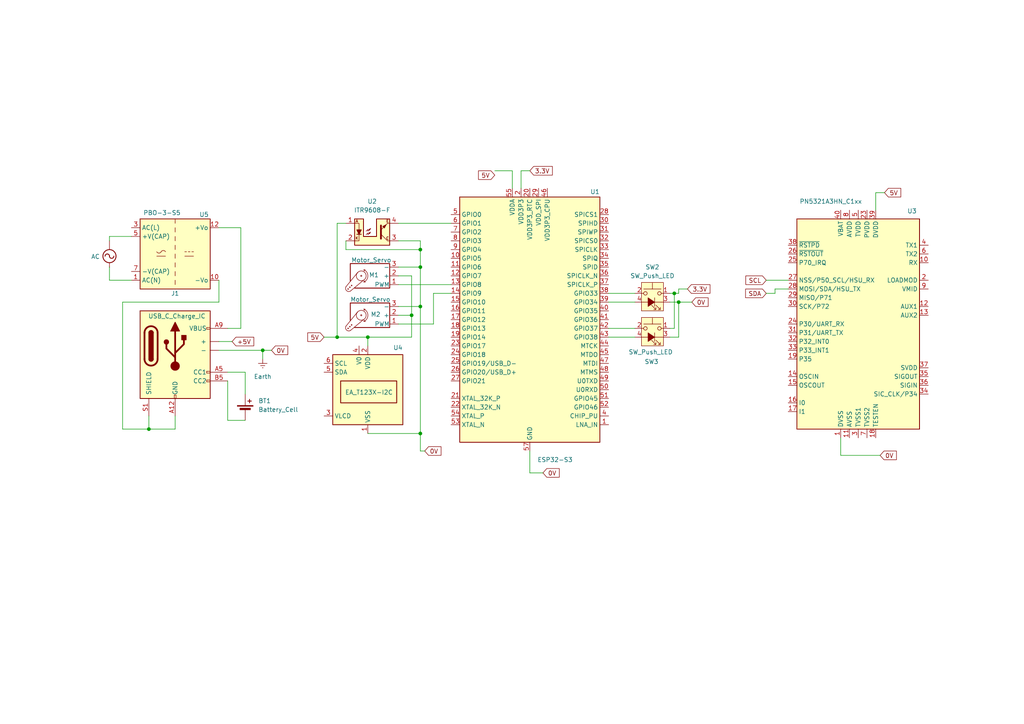
<source format=kicad_sch>
(kicad_sch (version 20231120) (generator "eeschema") (generator_version "8.0")
  (paper "A4")
  (lib_symbols
    (symbol "Connector:USB_C_Receptacle_PowerOnly_6P" (pin_names (offset 1.016))
      (property "Reference" "J1" (at 0 17.78 0))
      (property "Value" "USB_C_Receptacle_PowerOnly_6P" (at 0 15.24 0))
      (symbol "USB_C_Receptacle_PowerOnly_6P_0_0"
        (rectangle (start -0.254 -12.7) (end 0.254 -11.684))
        (rectangle (start 10.16 -7.366) (end 9.144 -7.874))
        (rectangle (start 10.16 -4.826) (end 9.144 -5.334))
        (rectangle (start 10.16 7.874) (end 9.144 7.366))
      )
      (symbol "USB_C_Receptacle_PowerOnly_6P_0_1"
        (rectangle (start -10.16 12.7) (end 10.16 -12.7) (stroke (width 0.254)) (fill (type background)))
        (arc (start -8.89 -1.27) (mid -6.985 -3.1667) (end -5.08 -1.27) (stroke (width 0.508)))
        (arc (start -7.62 -1.27) (mid -6.985 -1.9023) (end -6.35 -1.27) (stroke (width 0.254)))
        (arc (start -7.62 -1.27) (mid -6.985 -1.9023) (end -6.35 -1.27) (stroke (width 0.254)) (fill (type outline)))
        (rectangle (start -7.62 -1.27) (end -6.35 6.35) (stroke (width 0.254)) (fill (type outline)))
        (arc (start -6.35 6.35) (mid -6.985 6.9823) (end -7.62 6.35) (stroke (width 0.254)))
        (arc (start -6.35 6.35) (mid -6.985 6.9823) (end -7.62 6.35) (stroke (width 0.254)) (fill (type outline)))
        (arc (start -5.08 6.35) (mid -6.985 8.2467) (end -8.89 6.35) (stroke (width 0.508)))
        (circle (center -2.54 3.683) (radius 0.635) (stroke (width 0.254)) (fill (type outline)))
        (circle (center 0 -3.302) (radius 1.27) (fill (type outline)))
        (polyline (pts (xy -8.89 -1.27) (xy -8.89 6.35)) (stroke (width 0.508)))
        (polyline (pts (xy -5.08 6.35) (xy -5.08 -1.27)) (stroke (width 0.508)))
        (polyline (pts (xy 0 -3.302) (xy 0 6.858)) (stroke (width 0.508)))
        (polyline (pts (xy 0 -0.762) (xy -2.54 1.778) (xy -2.54 3.048)) (stroke (width 0.508)))
        (polyline (pts (xy 0 0.508) (xy 2.54 3.048) (xy 2.54 4.318)) (stroke (width 0.508)))
        (polyline (pts (xy -1.27 6.858) (xy 0 9.398) (xy 1.27 6.858) (xy -1.27 6.858)) (stroke (width 0.254)) (fill (type outline)))
        (rectangle (start 1.905 4.318) (end 3.175 5.588) (stroke (width 0.254)) (fill (type outline)))
      )
      (symbol "USB_C_Receptacle_PowerOnly_6P_1_1"
        (pin power_out line (at 12.7 3.81 180) (length 2.54) (name "+") (number ""))
        (pin power_out line (at 12.7 1.27 180) (length 2.54) (name "-") (number ""))
        (pin passive line (at 0 -17.78 90) (length 5.08) (name "GND") (number "A12"))
        (pin bidirectional line (at 15.24 -5.08 180) (length 5.08) (name "CC1") (number "A5"))
        (pin passive line (at 15.24 7.62 180) (length 5.08) (name "VBUS") (number "A9"))
        (pin passive line (at 0 -17.78 90) (length 5.08) hide (name "GND") (number "B12"))
        (pin bidirectional line (at 15.24 -7.62 180) (length 5.08) (name "CC2") (number "B5"))
        (pin passive line (at 15.24 7.62 180) (length 5.08) hide (name "VBUS") (number "B9"))
        (pin passive line (at -7.62 -17.78 90) (length 5.08) (name "SHIELD") (number "S1"))
      )
    )
    (symbol "Converter_ACDC:PBO-3-S5"
      (property "Reference" "U" (at 0 13.97 0))
      (property "Value" "PBO-3-S5" (at 0 11.43 0))
      (symbol "PBO-3-S5_1_1"
        (rectangle (start -10.16 10.16) (end 10.16 -10.16) (stroke (width 0.254)) (fill (type background)))
        (arc (start -5.334 0.635) (mid -4.699 0.2495) (end -4.064 0.635))
        (arc (start -2.794 0.635) (mid -3.429 1.0072) (end -4.064 0.635))
        (polyline (pts (xy -5.334 -0.635) (xy -2.794 -0.635)))
        (polyline (pts (xy 0 -7.62) (xy 0 -8.89)))
        (polyline (pts (xy 0 -5.08) (xy 0 -6.35)))
        (polyline (pts (xy 0 -2.54) (xy 0 -3.81)))
        (polyline (pts (xy 0 0) (xy 0 -1.27)))
        (polyline (pts (xy 0 2.54) (xy 0 1.27)))
        (polyline (pts (xy 0 5.08) (xy 0 3.81)))
        (polyline (pts (xy 0 7.62) (xy 0 6.35)))
        (polyline (pts (xy 0 10.16) (xy 0 8.89)))
        (polyline (pts (xy 2.794 -0.635) (xy 5.334 -0.635)))
        (polyline (pts (xy 2.794 0.635) (xy 3.302 0.635)))
        (polyline (pts (xy 3.81 0.635) (xy 4.318 0.635)))
        (polyline (pts (xy 4.826 0.635) (xy 5.334 0.635)))
        (pin power_in line (at -12.7 -7.62 0) (length 2.54) (name "AC(N)") (number "1"))
        (pin power_out line (at 12.7 -7.62 180) (length 2.54) (name "-Vo") (number "10"))
        (pin power_out line (at 12.7 7.62 180) (length 2.54) (name "+Vo") (number "12"))
        (pin power_in line (at -12.7 7.62 0) (length 2.54) (name "AC(L)") (number "3"))
        (pin passive line (at -12.7 5.08 0) (length 2.54) (name "+V(CAP)") (number "5"))
        (pin passive line (at -12.7 -5.08 0) (length 2.54) (name "-V(CAP)") (number "7"))
      )
    )
    (symbol "Device:Battery_Cell" (pin_numbers hide) (pin_names (offset 0) hide)
      (property "Reference" "BT" (at 2.54 2.54 0))
      (property "Value" "Battery_Cell" (at 2.54 0 0))
      (symbol "Battery_Cell_0_1"
        (rectangle (start -2.286 1.778) (end 2.286 1.524) (fill (type outline)))
        (rectangle (start -1.524 1.016) (end 1.524 0.508) (fill (type outline)))
        (polyline (pts (xy 0 0.762) (xy 0 0)))
        (polyline (pts (xy 0 1.778) (xy 0 2.54)))
        (polyline (pts (xy 0.762 3.048) (xy 1.778 3.048)) (stroke (width 0.254)))
        (polyline (pts (xy 1.27 3.556) (xy 1.27 2.54)) (stroke (width 0.254)))
      )
      (symbol "Battery_Cell_1_1"
        (pin passive line (at 0 5.08 270) (length 2.54) (name "+") (number "1"))
        (pin passive line (at 0 -2.54 90) (length 2.54) (name "-") (number "2"))
      )
    )
    (symbol "Display_Character:EA_T123X-I2C"
      (property "Reference" "U4" (at 11.43 1.2701 0))
      (property "Value" "EA_T123X-I2C" (at 11.43 -1.2699 0))
      (symbol "EA_T123X-I2C_0_0"
        (rectangle (start -7.874 2.54) (end 8.382 -3.81) (stroke (width 0.254)))
      )
      (symbol "EA_T123X-I2C_0_1"
        (rectangle (start -10.16 10.16) (end 10.16 -10.16) (stroke (width 0.254)) (fill (type background)))
      )
      (symbol "EA_T123X-I2C_1_1"
        (pin power_in line (at 0 -12.7 90) (length 2.54) (name "VSS") (number "1"))
        (pin power_in line (at 0 12.7 270) (length 2.54) (name "VDD") (number "2"))
        (pin input line (at -12.7 -7.62 0) (length 2.54) (name "VLCD") (number "3"))
        (pin power_in line (at -2.54 12.7 270) (length 2.54) (name "V0") (number "4"))
        (pin bidirectional line (at -12.7 5.08 0) (length 2.54) (name "SDA") (number "5"))
        (pin input line (at -12.7 7.62 0) (length 2.54) (name "SCL") (number "6"))
      )
    )
    (symbol "MCU_Espressif:ESP32-S3"
      (property "Reference" "U" (at 10.16 -38.1 0))
      (property "Value" "ESP32-S3" (at 13.97 -40.64 0))
      (symbol "ESP32-S3_0_1"
        (rectangle (start -20.32 35.56) (end 20.32 -35.56) (stroke (width 0.254)) (fill (type background)))
      )
      (symbol "ESP32-S3_1_0"
        (pin bidirectional line (at 22.86 12.7 180) (length 2.54) (name "SPICLK_N") (number "36"))
        (pin bidirectional line (at 22.86 -10.16 180) (length 2.54) (name "MTDO") (number "45"))
        (pin bidirectional line (at 22.86 -22.86 180) (length 2.54) (name "GPIO45") (number "51"))
        (pin passive line (at -5.08 38.1 270) (length 2.54) hide (name "VDDA") (number "56"))
      )
      (symbol "ESP32-S3_1_1"
        (pin bidirectional line (at 22.86 -30.48 180) (length 2.54) (name "LNA_IN") (number "1"))
        (pin bidirectional line (at -22.86 17.78 0) (length 2.54) (name "GPIO5") (number "10"))
        (pin bidirectional line (at -22.86 15.24 0) (length 2.54) (name "GPIO6") (number "11"))
        (pin bidirectional line (at -22.86 12.7 0) (length 2.54) (name "GPIO7") (number "12"))
        (pin bidirectional line (at -22.86 10.16 0) (length 2.54) (name "GPIO8") (number "13"))
        (pin bidirectional line (at -22.86 7.62 0) (length 2.54) (name "GPIO9") (number "14"))
        (pin bidirectional line (at -22.86 5.08 0) (length 2.54) (name "GPIO10") (number "15"))
        (pin bidirectional line (at -22.86 2.54 0) (length 2.54) (name "GPIO11") (number "16"))
        (pin bidirectional line (at -22.86 0 0) (length 2.54) (name "GPIO12") (number "17"))
        (pin bidirectional line (at -22.86 -2.54 0) (length 2.54) (name "GPIO13") (number "18"))
        (pin bidirectional line (at -22.86 -5.08 0) (length 2.54) (name "GPIO14") (number "19"))
        (pin power_in line (at -2.54 38.1 270) (length 2.54) (name "VDD3P3") (number "2"))
        (pin power_in line (at 0 38.1 270) (length 2.54) (name "VDD3P3_RTC") (number "20"))
        (pin passive line (at -22.86 -22.86 0) (length 2.54) (name "XTAL_32K_P") (number "21"))
        (pin passive line (at -22.86 -25.4 0) (length 2.54) (name "XTAL_32K_N") (number "22"))
        (pin bidirectional line (at -22.86 -7.62 0) (length 2.54) (name "GPIO17") (number "23"))
        (pin bidirectional line (at -22.86 -10.16 0) (length 2.54) (name "GPIO18") (number "24"))
        (pin bidirectional line (at -22.86 -12.7 0) (length 2.54) (name "GPIO19/USB_D-") (number "25"))
        (pin bidirectional line (at -22.86 -15.24 0) (length 2.54) (name "GPIO20/USB_D+") (number "26"))
        (pin bidirectional line (at -22.86 -17.78 0) (length 2.54) (name "GPIO21") (number "27"))
        (pin bidirectional line (at 22.86 30.48 180) (length 2.54) (name "SPICS1") (number "28"))
        (pin power_in line (at 2.54 38.1 270) (length 2.54) (name "VDD_SPI") (number "29"))
        (pin passive line (at -2.54 38.1 270) (length 2.54) hide (name "VDD3P3") (number "3"))
        (pin bidirectional line (at 22.86 27.94 180) (length 2.54) (name "SPIHD") (number "30"))
        (pin bidirectional line (at 22.86 25.4 180) (length 2.54) (name "SPIWP") (number "31"))
        (pin bidirectional line (at 22.86 22.86 180) (length 2.54) (name "SPICS0") (number "32"))
        (pin bidirectional line (at 22.86 20.32 180) (length 2.54) (name "SPICLK") (number "33"))
        (pin bidirectional line (at 22.86 17.78 180) (length 2.54) (name "SPIQ") (number "34"))
        (pin bidirectional line (at 22.86 15.24 180) (length 2.54) (name "SPID") (number "35"))
        (pin bidirectional line (at 22.86 10.16 180) (length 2.54) (name "SPICLK_P") (number "37"))
        (pin bidirectional line (at 22.86 7.62 180) (length 2.54) (name "GPIO33") (number "38"))
        (pin bidirectional line (at 22.86 5.08 180) (length 2.54) (name "GPIO34") (number "39"))
        (pin input line (at 22.86 -27.94 180) (length 2.54) (name "CHIP_PU") (number "4"))
        (pin bidirectional line (at 22.86 2.54 180) (length 2.54) (name "GPIO35") (number "40"))
        (pin bidirectional line (at 22.86 0 180) (length 2.54) (name "GPIO36") (number "41"))
        (pin bidirectional line (at 22.86 -2.54 180) (length 2.54) (name "GPIO37") (number "42"))
        (pin bidirectional line (at 22.86 -5.08 180) (length 2.54) (name "GPIO38") (number "43"))
        (pin bidirectional line (at 22.86 -7.62 180) (length 2.54) (name "MTCK") (number "44"))
        (pin power_in line (at 5.08 38.1 270) (length 2.54) (name "VDD3P3_CPU") (number "46"))
        (pin bidirectional line (at 22.86 -12.7 180) (length 2.54) (name "MTDI") (number "47"))
        (pin bidirectional line (at 22.86 -15.24 180) (length 2.54) (name "MTMS") (number "48"))
        (pin bidirectional line (at 22.86 -17.78 180) (length 2.54) (name "U0TXD") (number "49"))
        (pin bidirectional line (at -22.86 30.48 0) (length 2.54) (name "GPIO0") (number "5"))
        (pin bidirectional line (at 22.86 -20.32 180) (length 2.54) (name "U0RXD") (number "50"))
        (pin bidirectional line (at 22.86 -25.4 180) (length 2.54) (name "GPIO46") (number "52"))
        (pin output line (at -22.86 -30.48 0) (length 2.54) (name "XTAL_N") (number "53"))
        (pin input line (at -22.86 -27.94 0) (length 2.54) (name "XTAL_P") (number "54"))
        (pin power_in line (at -5.08 38.1 270) (length 2.54) (name "VDDA") (number "55"))
        (pin power_in line (at 0 -38.1 90) (length 2.54) (name "GND") (number "57"))
        (pin bidirectional line (at -22.86 27.94 0) (length 2.54) (name "GPIO1") (number "6"))
        (pin bidirectional line (at -22.86 25.4 0) (length 2.54) (name "GPIO2") (number "7"))
        (pin bidirectional line (at -22.86 22.86 0) (length 2.54) (name "GPIO3") (number "8"))
        (pin bidirectional line (at -22.86 20.32 0) (length 2.54) (name "GPIO4") (number "9"))
      )
    )
    (symbol "Motor:Motor_Servo" (pin_names (offset 0.0254))
      (property "Reference" "M" (at -5.08 4.445 0))
      (property "Value" "Motor_Servo" (at -5.08 -4.064 0))
      (symbol "Motor_Servo_0_1"
        (polyline (pts (xy 2.413 -1.778) (xy 2.032 -1.778)))
        (polyline (pts (xy 2.413 -1.778) (xy 2.286 -1.397)))
        (polyline (pts (xy 2.413 1.778) (xy 1.905 1.778)))
        (polyline (pts (xy 2.413 1.778) (xy 2.286 1.397)))
        (polyline (pts (xy 6.35 4.445) (xy 2.54 1.27)))
        (polyline (pts (xy 7.62 3.175) (xy 4.191 -1.016)))
        (polyline (pts (xy 5.08 3.556) (xy -5.08 3.556) (xy -5.08 -3.556) (xy 6.35 -3.556) (xy 6.35 1.524)) (stroke (width 0.254)))
        (arc (start 2.413 1.778) (mid 1.2406 0) (end 2.413 -1.778))
        (circle (center 3.175 0) (radius 0.1778))
        (circle (center 3.175 0) (radius 1.4224))
        (circle (center 5.969 2.794) (radius 0.127))
        (circle (center 6.477 3.302) (radius 0.127))
        (circle (center 6.985 3.81) (radius 0.127))
        (arc (start 7.62 3.175) (mid 7.4485 4.2735) (end 6.35 4.445))
      )
      (symbol "Motor_Servo_1_1"
        (pin passive line (at -7.62 2.54 0) (length 2.54) (name "PWM") (number "1"))
        (pin passive line (at -7.62 0 0) (length 2.54) (name "+") (number "2"))
        (pin passive line (at -7.62 -2.54 0) (length 2.54) (name "-") (number "3"))
      )
    )
    (symbol "RF_NFC:PN5321A3HN_C1xx"
      (property "Reference" "U" (at -15.24 31.75 0))
      (property "Value" "PN5321A3HN_C1xx" (at 15.24 31.75 0))
      (symbol "PN5321A3HN_C1xx_0_1"
        (rectangle (start -17.78 30.48) (end 17.78 -30.48) (stroke (width 0.254)) (fill (type background)))
      )
      (symbol "PN5321A3HN_C1xx_1_1"
        (pin power_in line (at -5.08 -33.02 90) (length 2.54) (name "DVSS") (number "1"))
        (pin input line (at 20.32 17.78 180) (length 2.54) (name "RX") (number "10"))
        (pin power_in line (at -2.54 -33.02 90) (length 2.54) (name "AVSS") (number "11"))
        (pin output line (at 20.32 5.08 180) (length 2.54) (name "AUX1") (number "12"))
        (pin output line (at 20.32 2.54 180) (length 2.54) (name "AUX2") (number "13"))
        (pin input line (at -20.32 -15.24 0) (length 2.54) (name "OSCIN") (number "14"))
        (pin output line (at -20.32 -17.78 0) (length 2.54) (name "OSCOUT") (number "15"))
        (pin passive line (at -20.32 -22.86 0) (length 2.54) (name "I0") (number "16"))
        (pin passive line (at -20.32 -25.4 0) (length 2.54) (name "I1") (number "17"))
        (pin passive line (at 5.08 -33.02 90) (length 2.54) (name "TESTEN") (number "18"))
        (pin bidirectional line (at -20.32 -10.16 0) (length 2.54) (name "P35") (number "19"))
        (pin output line (at 20.32 12.7 180) (length 2.54) (name "LOADMOD") (number "2"))
        (pin no_connect line (at 17.78 -2.54 180) (length 2.54) hide (name "N.C.") (number "20"))
        (pin no_connect line (at 17.78 -5.08 180) (length 2.54) hide (name "N.C.") (number "21"))
        (pin no_connect line (at 17.78 -7.62 180) (length 2.54) hide (name "N.C.") (number "22"))
        (pin power_in line (at 2.54 33.02 270) (length 2.54) (name "PVDD") (number "23"))
        (pin bidirectional line (at -20.32 0 0) (length 2.54) (name "P30/UART_RX") (number "24"))
        (pin bidirectional line (at -20.32 17.78 0) (length 2.54) (name "P70_IRQ") (number "25"))
        (pin output line (at -20.32 20.32 0) (length 2.54) (name "~{RSTOUT}") (number "26"))
        (pin bidirectional line (at -20.32 12.7 0) (length 2.54) (name "NSS/P50_SCL/HSU_RX") (number "27"))
        (pin bidirectional line (at -20.32 10.16 0) (length 2.54) (name "MOSI/SDA/HSU_TX") (number "28"))
        (pin bidirectional line (at -20.32 7.62 0) (length 2.54) (name "MISO/P71") (number "29"))
        (pin power_in line (at 0 -33.02 90) (length 2.54) (name "TVSS1") (number "3"))
        (pin bidirectional line (at -20.32 5.08 0) (length 2.54) (name "SCK/P72") (number "30"))
        (pin bidirectional line (at -20.32 -2.54 0) (length 2.54) (name "P31/UART_TX") (number "31"))
        (pin bidirectional line (at -20.32 -5.08 0) (length 2.54) (name "P32_INT0") (number "32"))
        (pin bidirectional line (at -20.32 -7.62 0) (length 2.54) (name "P33_INT1") (number "33"))
        (pin bidirectional line (at 20.32 -20.32 180) (length 2.54) (name "SIC_CLK/P34") (number "34"))
        (pin output line (at 20.32 -15.24 180) (length 2.54) (name "SIGOUT") (number "35"))
        (pin input line (at 20.32 -17.78 180) (length 2.54) (name "SIGIN") (number "36"))
        (pin output line (at 20.32 -12.7 180) (length 2.54) (name "SVDD") (number "37"))
        (pin input line (at -20.32 22.86 0) (length 2.54) (name "~{RSTPD}") (number "38"))
        (pin power_out line (at 5.08 33.02 270) (length 2.54) (name "DVDD") (number "39"))
        (pin output line (at 20.32 22.86 180) (length 2.54) (name "TX1") (number "4"))
        (pin power_in line (at -5.08 33.02 270) (length 2.54) (name "VBAT") (number "40"))
        (pin passive line (at -2.54 -33.02 90) (length 2.54) hide (name "AVSS") (number "41"))
        (pin power_in line (at 0 33.02 270) (length 2.54) (name "TVDD") (number "5"))
        (pin output line (at 20.32 20.32 180) (length 2.54) (name "TX2") (number "6"))
        (pin power_in line (at 2.54 -33.02 90) (length 2.54) (name "TVSS2") (number "7"))
        (pin power_in line (at -2.54 33.02 270) (length 2.54) (name "AVDD") (number "8"))
        (pin output line (at 20.32 10.16 180) (length 2.54) (name "VMID") (number "9"))
      )
    )
    (symbol "Sensor_Proximity:ITR9608-F"
      (property "Reference" "U" (at -5.08 5.08 0))
      (property "Value" "ITR9608-F" (at 0 -5.08 0))
      (symbol "ITR9608-F_0_0"
        (text "A" (at -4.445 3.175 0) (effects (font (size 0.762 0.762))))
        (text "C" (at 4.445 -1.778 0) (effects (font (size 0.762 0.762))))
        (text "E" (at 4.445 3.175 0) (effects (font (size 0.762 0.762))))
        (text "K" (at -4.445 -1.778 0) (effects (font (size 0.762 0.762))))
      )
      (symbol "ITR9608-F_0_1"
        (polyline (pts (xy -4.445 -0.635) (xy -3.175 -0.635)) (stroke (width 0.254)))
        (polyline (pts (xy 2.54 -0.635) (xy 4.445 -2.54)))
        (polyline (pts (xy 4.445 -2.54) (xy 5.08 -2.54)))
        (polyline (pts (xy 4.445 2.54) (xy 2.54 0.635)) (fill (type outline)))
        (polyline (pts (xy 4.445 2.54) (xy 5.08 2.54)))
        (polyline (pts (xy -5.08 -2.54) (xy -3.81 -2.54) (xy -3.81 -0.635)))
        (polyline (pts (xy -5.08 2.54) (xy -3.81 2.54) (xy -3.81 0.635)))
        (polyline (pts (xy 2.54 -1.905) (xy 2.54 1.905) (xy 2.54 1.905)) (stroke (width 0.508)))
        (polyline (pts (xy -3.81 -0.635) (xy -4.445 0.635) (xy -3.175 0.635) (xy -3.81 -0.635)) (stroke (width 0.254)) (fill (type outline)))
        (polyline (pts (xy -1.778 0.254) (xy -1.2446 0.762) (xy -1.2446 0.254) (xy -0.4826 1.016)))
        (polyline (pts (xy -0.4826 1.016) (xy -0.9906 0.762) (xy -0.7366 0.508) (xy -0.4826 1.016)))
        (polyline (pts (xy 3.048 1.651) (xy 3.556 1.143) (xy 4.064 2.159) (xy 3.048 1.651) (xy 3.048 1.651)) (fill (type outline)))
        (polyline (pts (xy -1.778 -0.762) (xy -1.2446 -0.254) (xy -1.2446 -0.762) (xy -0.4826 0) (xy -0.9906 -0.254) (xy -0.7366 -0.508) (xy -0.4826 0)))
        (polyline (pts (xy -5.08 3.81) (xy -5.08 -3.81) (xy 5.08 -3.81) (xy 5.08 3.81) (xy 1.27 3.81) (xy 1.27 -1.27) (xy -2.54 -1.27) (xy -2.54 3.81) (xy -5.08 3.81)) (stroke (width 0.254)) (fill (type background)))
      )
      (symbol "ITR9608-F_1_1"
        (pin passive line (at -7.62 2.54 0) (length 2.54) (name "~") (number "1"))
        (pin passive line (at -7.62 -2.54 0) (length 2.54) (name "~") (number "2"))
        (pin open_collector line (at 7.62 -2.54 180) (length 2.54) (name "~") (number "3"))
        (pin open_emitter line (at 7.62 2.54 180) (length 2.54) (name "~") (number "4"))
      )
    )
    (symbol "Switch:SW_Push_LED" (pin_names (offset 1.016) hide)
      (property "Reference" "SW" (at 0 7.62 0))
      (property "Value" "SW_Push_LED" (at 0 -3.81 0))
      (symbol "SW_Push_LED_0_0"
        (polyline (pts (xy -2.54 0) (xy 2.54 0)))
        (polyline (pts (xy -2.286 -2.159) (xy -1.016 -0.889)))
        (polyline (pts (xy -1.016 -2.159) (xy 0.254 -0.889)))
        (polyline (pts (xy -0.635 1.27) (xy -0.635 -1.27)))
        (polyline (pts (xy -2.286 -1.524) (xy -2.286 -2.159) (xy -1.651 -2.159)))
        (polyline (pts (xy -1.016 -1.524) (xy -1.016 -2.159) (xy -0.381 -2.159)))
        (polyline (pts (xy -0.635 0) (xy 1.27 1.27) (xy 1.27 -1.27) (xy -0.635 0)) (fill (type outline)))
      )
      (symbol "SW_Push_LED_0_1"
        (circle (center -2.032 2.54) (radius 0.508))
        (polyline (pts (xy 0 3.81) (xy 0 5.588)))
        (polyline (pts (xy 2.54 3.81) (xy -2.54 3.81)))
        (circle (center 2.032 2.54) (radius 0.508))
        (pin passive line (at -5.08 2.54 0) (length 2.54) (name "1") (number "1"))
        (pin passive line (at 5.08 2.54 180) (length 2.54) (name "2") (number "2"))
        (pin passive line (at -5.08 0 0) (length 2.54) (name "K") (number "3"))
        (pin passive line (at 5.08 0 180) (length 2.54) (name "A") (number "4"))
      )
      (symbol "SW_Push_LED_1_1"
        (rectangle (start -3.175 5.715) (end 3.175 -2.54) (fill (type background)))
      )
    )
    (symbol "power:AC" (power) (pin_numbers hide) (pin_names (offset 0) hide)
      (property "Value" "AC" (at 0 7.62 0))
      (symbol "AC_0_1"
        (polyline (pts (xy 0 0) (xy 0 1.27)))
        (arc (start 0 3.175) (mid -0.635 3.8073) (end -1.27 3.175) (stroke (width 0.254)))
        (arc (start 0 3.175) (mid 0.635 2.5427) (end 1.27 3.175) (stroke (width 0.254)))
        (circle (center 0 3.175) (radius 1.905) (stroke (width 0.254)))
      )
      (symbol "AC_1_1"
        (pin power_out line (at 0 7.62 270) (length 2.54) (name "L") (number ""))
        (pin power_out line (at 0 0 90) (length 0) (name "~") (number "1"))
      )
    )
    (symbol "power:Earth" (power) (pin_numbers hide) (pin_names (offset 0) hide)
      (property "Value" "Earth" (at 0 -3.81 0))
      (symbol "Earth_0_1"
        (polyline (pts (xy -0.635 -1.905) (xy 0.635 -1.905)))
        (polyline (pts (xy -0.127 -2.54) (xy 0.127 -2.54)))
        (polyline (pts (xy 0 -1.27) (xy 0 0)))
        (polyline (pts (xy 1.27 -1.27) (xy -1.27 -1.27)))
      )
      (symbol "Earth_1_1"
        (pin power_in line (at 0 0 270) (length 0) (name "~") (number "1"))
      )
    )
  )
  (junction (at 121.92 125.73))
  (junction (at 121.92 88.9))
  (junction (at 106.68 97.79))
  (junction (at 196.85 87.63))
  (junction (at 43.18 124.46))
  (junction (at 119.38 91.44))
  (junction (at 195.58 85.09))
  (junction (at 97.79 97.79))
  (junction (at 76.2 101.6))
  (junction (at 121.92 77.47))
  (junction (at 121.92 72.39))
  (wire (pts (xy 100.33 64.77) (xy 97.79 64.77)))
  (wire (pts (xy 125.73 85.09) (xy 125.73 93.98)))
  (wire (pts (xy 63.5 87.63) (xy 35.56 87.63)))
  (wire (pts (xy 121.92 130.81) (xy 121.92 125.73)))
  (wire (pts (xy 119.38 80.01) (xy 115.57 80.01)))
  (wire (pts (xy 119.38 80.01) (xy 119.38 91.44)))
  (wire (pts (xy 194.31 87.63) (xy 196.85 87.63)))
  (wire (pts (xy 196.85 83.82) (xy 199.39 83.82)))
  (wire (pts (xy 224.79 83.82) (xy 224.79 85.09)))
  (wire (pts (xy 31.75 77.47) (xy 31.75 81.28)))
  (wire (pts (xy 194.31 95.25) (xy 195.58 95.25)))
  (wire (pts (xy 100.33 69.85) (xy 100.33 72.39)))
  (wire (pts (xy 35.56 124.46) (xy 43.18 124.46)))
  (wire (pts (xy 106.68 97.79) (xy 119.38 97.79)))
  (wire (pts (xy 100.33 72.39) (xy 121.92 72.39)))
  (wire (pts (xy 69.85 95.25) (xy 66.04 95.25)))
  (wire (pts (xy 50.8 124.46) (xy 50.8 120.65)))
  (wire (pts (xy 106.68 100.33) (xy 106.68 97.79)))
  (wire (pts (xy 256.54 55.88) (xy 254 55.88)))
  (wire (pts (xy 115.57 77.47) (xy 121.92 77.47)))
  (wire (pts (xy 255.27 132.08) (xy 243.84 132.08)))
  (wire (pts (xy 121.92 69.85) (xy 121.92 72.39)))
  (wire (pts (xy 196.85 87.63) (xy 196.85 97.79)))
  (wire (pts (xy 222.25 81.28) (xy 228.6 81.28)))
  (wire (pts (xy 119.38 97.79) (xy 119.38 91.44)))
  (wire (pts (xy 31.75 69.85) (xy 31.75 68.58)))
  (wire (pts (xy 194.31 85.09) (xy 195.58 85.09)))
  (wire (pts (xy 63.5 99.06) (xy 67.31 99.06)))
  (wire (pts (xy 69.85 66.04) (xy 69.85 95.25)))
  (wire (pts (xy 176.53 97.79) (xy 184.15 97.79)))
  (wire (pts (xy 31.75 68.58) (xy 38.1 68.58)))
  (wire (pts (xy 176.53 95.25) (xy 184.15 95.25)))
  (wire (pts (xy 115.57 64.77) (xy 130.81 64.77)))
  (wire (pts (xy 66.04 107.95) (xy 71.12 107.95)))
  (wire (pts (xy 93.98 97.79) (xy 97.79 97.79)))
  (wire (pts (xy 224.79 85.09) (xy 222.25 85.09)))
  (wire (pts (xy 66.04 121.92) (xy 71.12 121.92)))
  (wire (pts (xy 76.2 104.14) (xy 76.2 101.6)))
  (wire (pts (xy 35.56 87.63) (xy 35.56 124.46)))
  (wire (pts (xy 43.18 124.46) (xy 50.8 124.46)))
  (wire (pts (xy 63.5 66.04) (xy 69.85 66.04)))
  (wire (pts (xy 115.57 69.85) (xy 121.92 69.85)))
  (wire (pts (xy 123.19 130.81) (xy 121.92 130.81)))
  (wire (pts (xy 196.85 87.63) (xy 200.66 87.63)))
  (wire (pts (xy 121.92 77.47) (xy 121.92 88.9)))
  (wire (pts (xy 195.58 85.09) (xy 196.85 85.09)))
  (wire (pts (xy 254 55.88) (xy 254 60.96)))
  (wire (pts (xy 176.53 87.63) (xy 184.15 87.63)))
  (wire (pts (xy 121.92 88.9) (xy 115.57 88.9)))
  (wire (pts (xy 121.92 72.39) (xy 121.92 77.47)))
  (wire (pts (xy 115.57 82.55) (xy 130.81 82.55)))
  (wire (pts (xy 71.12 107.95) (xy 71.12 114.3)))
  (wire (pts (xy 63.5 101.6) (xy 76.2 101.6)))
  (wire (pts (xy 194.31 97.79) (xy 196.85 97.79)))
  (wire (pts (xy 121.92 125.73) (xy 121.92 88.9)))
  (wire (pts (xy 243.84 132.08) (xy 243.84 127)))
  (wire (pts (xy 115.57 93.98) (xy 125.73 93.98)))
  (wire (pts (xy 176.53 85.09) (xy 184.15 85.09)))
  (wire (pts (xy 31.75 81.28) (xy 38.1 81.28)))
  (wire (pts (xy 97.79 97.79) (xy 106.68 97.79)))
  (wire (pts (xy 157.48 137.16) (xy 153.67 137.16)))
  (wire (pts (xy 196.85 85.09) (xy 196.85 83.82)))
  (wire (pts (xy 115.57 91.44) (xy 119.38 91.44)))
  (wire (pts (xy 130.81 85.09) (xy 125.73 85.09)))
  (wire (pts (xy 228.6 83.82) (xy 224.79 83.82)))
  (wire (pts (xy 151.13 49.53) (xy 153.67 49.53)))
  (wire (pts (xy 153.67 137.16) (xy 153.67 130.81)))
  (wire (pts (xy 63.5 81.28) (xy 63.5 87.63)))
  (wire (pts (xy 106.68 125.73) (xy 121.92 125.73)))
  (wire (pts (xy 43.18 120.65) (xy 43.18 124.46)))
  (wire (pts (xy 143.51 49.53) (xy 148.59 49.53)))
  (wire (pts (xy 151.13 54.61) (xy 151.13 49.53)))
  (wire (pts (xy 148.59 49.53) (xy 148.59 54.61)))
  (wire (pts (xy 66.04 110.49) (xy 66.04 121.92)))
  (wire (pts (xy 97.79 64.77) (xy 97.79 97.79)))
  (wire (pts (xy 76.2 101.6) (xy 78.74 101.6)))
  (wire (pts (xy 195.58 95.25) (xy 195.58 85.09)))
  (global_label "5V" (shape input) (at 256.54 55.88 0) (property "Intersheetrefs" "${INTERSHEET_REFS}" (effects (hide yes))))
  (global_label "5V" (shape input) (at 93.98 97.79 180) (property "Intersheetrefs" "${INTERSHEET_REFS}" (effects (hide yes))))
  (global_label "3.3V" (shape input) (at 153.67 49.53 0) (property "Intersheetrefs" "${INTERSHEET_REFS}" (effects (hide yes))))
  (global_label "5V" (shape input) (at 143.51 50.8 180) (property "Intersheetrefs" "${INTERSHEET_REFS}" (effects (hide yes))))
  (global_label "+5V" (shape input) (at 67.31 99.06 0) (property "Intersheetrefs" "${INTERSHEET_REFS}" (effects (hide yes))))
  (global_label "0V" (shape input) (at 255.27 132.08 0) (property "Intersheetrefs" "${INTERSHEET_REFS}" (effects (hide yes))))
  (global_label "0V" (shape input) (at 123.19 130.81 0) (property "Intersheetrefs" "${INTERSHEET_REFS}" (effects (hide yes))))
  (global_label "0V" (shape input) (at 200.66 87.63 0) (property "Intersheetrefs" "${INTERSHEET_REFS}" (effects (hide yes))))
  (global_label "0V" (shape input) (at 78.74 101.6 0) (property "Intersheetrefs" "${INTERSHEET_REFS}" (effects (hide yes))))
  (global_label "SDA" (shape input) (at 222.25 85.09 180) (property "Intersheetrefs" "${INTERSHEET_REFS}" (effects (hide yes))))
  (global_label "3.3V" (shape input) (at 199.39 83.82 0) (property "Intersheetrefs" "${INTERSHEET_REFS}" (effects (hide yes))))
  (global_label "SCL" (shape input) (at 222.25 81.28 180) (property "Intersheetrefs" "${INTERSHEET_REFS}" (effects (hide yes))))
  (global_label "0V" (shape input) (at 157.48 137.16 0) (property "Intersheetrefs" "${INTERSHEET_REFS}" (effects (hide yes))))
  (symbol (lib_id "Motor:Motor_Servo") (at 107.95 91.44 180) (unit 1)
    (property "Reference" "M2" (at 108.966 91.186 0))
    (property "Value" "Motor_Servo" (at 107.442 86.868 0))
    (property "Datasheet" "http://forums.parallax.com/uploads/attachments/46831/74481.png" (effects (hide yes)))
    (property "Description" "Servo Motor (Futaba, HiTec, JR connector)" (effects (hide yes)))
  )
  (symbol (lib_id "Sensor_Proximity:ITR9608-F") (at 107.95 67.31 0) (unit 1)
    (property "Reference" "U2" (at 107.95 58.42 0))
    (property "Value" "ITR9608-F" (at 107.95 60.96 0))
    (property "Footprint" "OptoDevice:Everlight_ITR9608-F" (effects (hide yes)))
    (property "Datasheet" "https://www.everlighteurope.com/custom/files/datasheets/DRX-0000076.pdf" (effects (hide yes)))
    (property "Description" "Photointerrupter infrared LED with photo IC, -25 to +85 degree Celsius" (effects (hide yes)))
  )
  (symbol (lib_id "Display_Character:EA_T123X-I2C") (at 106.68 113.03 0) (unit 1)
    (property "Reference" "U4" (at 114.046 100.838 0) (effects (justify left)))
    (property "Value" "EA_T123X-I2C" (at 100.076 113.792 0) (effects (justify left)))
    (property "Footprint" "Display:EA_DOGL128-6" (effects (hide yes)))
    (property "Datasheet" "http://www.lcd-module.de/pdf/doma/t123-i2c.pdf" (effects (hide yes)))
    (property "Description" "0.96\" alpha numeric LCD, transreflective STN and FSTN Gray, I2C, single or dual power" (effects (hide yes)))
  )
  (symbol (lib_id "Device:Battery_Cell") (at 71.12 119.38 0) (unit 1)
    (property "Reference" "BT1" (at 74.93 116.2684 0) (effects (justify left)))
    (property "Value" "Battery_Cell" (at 74.93 118.8084 0) (effects (justify left)))
    (property "Description" "Single-cell battery" (effects (hide yes)))
  )
  (symbol (lib_id "Motor:Motor_Servo") (at 107.95 80.01 180) (unit 1)
    (property "Reference" "M1" (at 108.458 79.756 0))
    (property "Value" "Motor_Servo" (at 107.696 75.438 0))
    (property "Datasheet" "http://forums.parallax.com/uploads/attachments/46831/74481.png" (effects (hide yes)))
    (property "Description" "Servo Motor (Futaba, HiTec, JR connector)" (effects (hide yes)))
  )
  (symbol (lib_id "power:Earth") (at 76.2 104.14 0) (unit 1)
    (property "Reference" "#PWR02" (effects (hide yes)))
    (property "Value" "Earth" (at 76.2 109.22 0))
    (property "Description" "Power symbol creates a global label with name \"Earth\"" (effects (hide yes)))
  )
  (symbol (lib_id "Connector:USB_C_Receptacle_PowerOnly_6P") (at 50.8 102.87 0) (unit 1)
    (property "Reference" "J1" (at 50.8 85.09 0))
    (property "Value" "USB_C_Charge_IC" (at 51.308 91.694 0))
    (property "Datasheet" "https://www.usb.org/sites/default/files/documents/usb_type-c.zip" (effects (hide yes)))
    (property "Description" "USB Power-Only 6P Type-C Receptacle connector" (effects (hide yes)))
  )
  (symbol (lib_id "Switch:SW_Push_LED") (at 189.23 97.79 0) (mirror y) (unit 1)
    (property "Reference" "SW3" (at 188.976 104.902 0))
    (property "Value" "SW_Push_LED" (at 188.722 102.108 0))
    (property "Description" "Push button switch with LED, generic" (effects (hide yes)))
  )
  (symbol (lib_id "Converter_ACDC:PBO-3-S5") (at 50.8 73.66 0) (unit 1)
    (property "Reference" "U5" (at 59.182 62.23 0))
    (property "Value" "PBO-3-S5" (at 46.99 61.722 0))
    (property "Footprint" "Converter_ACDC:Converter_ACDC_CUI_PBO-3-Sxx_THT_Vertical" (effects (hide yes)))
    (property "Datasheet" "https://www.cui.com/product/resource/pbo-3.pdf" (effects (hide yes)))
    (property "Description" "5V 0.6A 3W miniature AC-DC module-type power supply" (effects (hide yes)))
  )
  (symbol (lib_id "MCU_Espressif:ESP32-S3") (at 153.67 92.71 0) (unit 1)
    (property "Reference" "U1" (at 171.196 55.626 0) (effects (justify left)))
    (property "Value" "ESP32-S3" (at 155.8641 133.35 0) (effects (justify left)))
    (property "Footprint" "Package_DFN_QFN:QFN-56-1EP_7x7mm_P0.4mm_EP4x4mm" (effects (hide yes)))
    (property "Datasheet" "https://www.espressif.com/sites/default/files/documentation/esp32-s3_datasheet_en.pdf" (effects (hide yes)))
    (property "Description" "Microcontroller, Wi-Fi 802.11b/g/n, Bluetooth, 32bit" (effects (hide yes)))
  )
  (symbol (lib_id "Switch:SW_Push_LED") (at 189.23 87.63 0) (mirror y) (unit 1)
    (property "Reference" "SW2" (at 189.23 77.47 0))
    (property "Value" "SW_Push_LED" (at 189.23 80.01 0))
    (property "Description" "Push button switch with LED, generic" (effects (hide yes)))
  )
  (symbol (lib_id "power:AC") (at 31.75 77.47 0) (unit 1)
    (property "Reference" "#PWR01" (effects (hide yes)))
    (property "Value" "AC" (at 27.686 74.422 0))
    (property "Description" "Power symbol creates a global label with name \"AC\"" (effects (hide yes)))
  )
  (symbol (lib_id "RF_NFC:PN5321A3HN_C1xx") (at 248.92 93.98 0) (unit 1)
    (property "Reference" "U3" (at 263.144 61.214 0) (effects (justify left)))
    (property "Value" "PN5321A3HN_C1xx" (at 231.902 58.42 0) (effects (justify left)))
    (property "Footprint" "Package_DFN_QFN:HVQFN-40-1EP_6x6mm_P0.5mm_EP4.1x4.1mm" (effects (hide yes)))
    (property "Datasheet" "https://www.nxp.com/docs/en/nxp/data-sheets/PN532_C1.pdf" (effects (hide yes)))
    (property "Description" "Near Field Communication (NFC) controller, QFN-40" (effects (hide yes)))
  )
)
</source>
